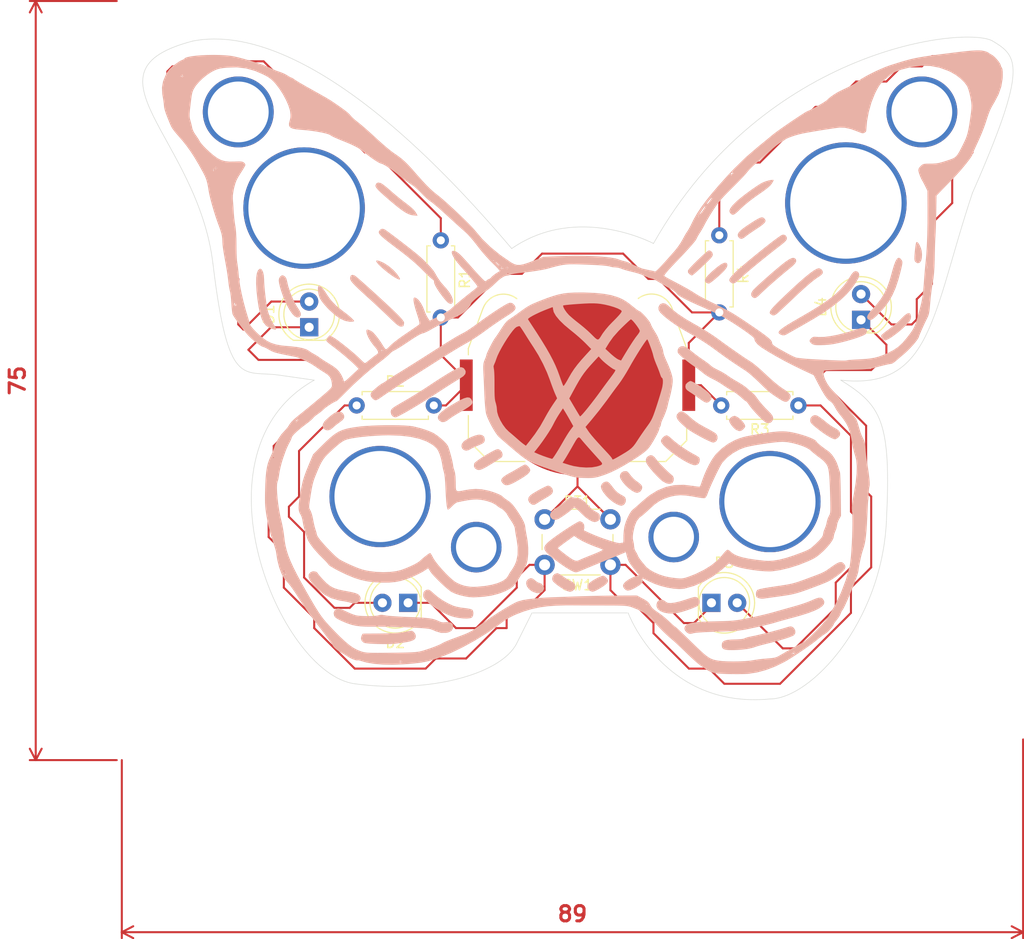
<source format=kicad_pcb>
(kicad_pcb (version 20241229) (generator "pcbnew") (generator_version "9.0")
  (layers (0 "F.Cu" signal) (2 "B.Cu" signal) (13 "F.Paste" user) (15 "B.Paste" user) (5 "F.SilkS" user "F.Silkscreen") (7 "B.SilkS" user "B.Silkscreen") (1 "F.Mask" user) (3 "B.Mask" user) (25 "Edge.Cuts" user))
  (net 0 "")
  (net 1 "Net-(BT1--)")
  (net 2 "Net-(BT1-+)")
  (net 3 "Net-(D1-A)")
  (net 4 "Net-(D2-A)")
  (net 5 "Net-(D3-A)")
  (net 6 "Net-(D4-A)")
  (net 7 "Net-(D1-K)")
  (footprint "Resistor_THT:R_Axial_DIN0207_L6.3mm_D2.5mm_P7.62mm_Horizontal" (layer "F.Cu") (at 106.5 103.69 -90)
    (property "Reference" "R1" (at 3.81 -2.37 90) (layer "F.SilkS"))
    (property "Value" "R")
    (pad "1" thru_hole circle (at 0 0 270) (size 1.6 1.6) (drill 0.8) (layers "*.Cu" "*.Mask") (net 3 "Net-(D1-A)"))
    (pad "2" thru_hole circle (at 7.62 0 270) (size 1.6 1.6) (drill 0.8) (layers "*.Cu" "*.Mask") (net 2 "Net-(BT1-+)"))
  )
  (footprint "Button_Switch_THT:SW_PUSH_6mm" (layer "F.Cu") (at 123.25 135.75 180)
    (property "Reference" "SW1" (at 3.25 -2 0) (layer "F.SilkS"))
    (property "Value" "SW_Push")
    (pad "1" thru_hole circle (at 0 0 270) (size 2 2) (drill 1.1) (layers "*.Cu" "*.Mask") (net 1 "Net-(BT1--)"))
    (pad "1" thru_hole circle (at 6.5 0 270) (size 2 2) (drill 1.1) (layers "*.Cu" "*.Mask") (net 1 "Net-(BT1--)"))
    (pad "2" thru_hole circle (at 0 4.5 270) (size 2 2) (drill 1.1) (layers "*.Cu" "*.Mask") (net 7 "Net-(D1-K)"))
    (pad "2" thru_hole circle (at 6.5 4.5 270) (size 2 2) (drill 1.1) (layers "*.Cu" "*.Mask") (net 7 "Net-(D1-K)"))
  )
  (footprint "Resistor_THT:R_Axial_DIN0207_L6.3mm_D2.5mm_P7.62mm_Horizontal" (layer "F.Cu") (at 98.19 120)
    (property "Reference" "R2" (at 3.81 -2.37 0) (layer "F.SilkS"))
    (property "Value" "R")
    (pad "1" thru_hole circle (at 0 0) (size 1.6 1.6) (drill 0.8) (layers "*.Cu" "*.Mask") (net 4 "Net-(D2-A)"))
    (pad "2" thru_hole circle (at 7.62 0) (size 1.6 1.6) (drill 0.8) (layers "*.Cu" "*.Mask") (net 2 "Net-(BT1-+)"))
  )
  (footprint "LED_THT:LED_D5.0mm" (layer "F.Cu") (at 103.275 139.5 180)
    (property "Reference" "D2" (at 1.27 -3.96 0) (layer "F.SilkS"))
    (property "Value" "LED")
    (pad "1" thru_hole rect (at 0 0 180) (size 1.8 1.8) (drill 0.9) (layers "*.Cu" "*.Mask") (net 7 "Net-(D1-K)"))
    (pad "2" thru_hole circle (at 2.54 0 180) (size 1.8 1.8) (drill 0.9) (layers "*.Cu" "*.Mask") (net 4 "Net-(D2-A)"))
  )
  (footprint "Resistor_THT:R_Axial_DIN0207_L6.3mm_D2.5mm_P7.62mm_Horizontal" (layer "F.Cu") (at 134 103.19 -90)
    (property "Reference" "R4" (at 3.81 -2.37 90) (layer "F.SilkS"))
    (property "Value" "R")
    (pad "1" thru_hole circle (at 0 0 270) (size 1.6 1.6) (drill 0.8) (layers "*.Cu" "*.Mask") (net 6 "Net-(D4-A)"))
    (pad "2" thru_hole circle (at 7.62 0 270) (size 1.6 1.6) (drill 0.8) (layers "*.Cu" "*.Mask") (net 2 "Net-(BT1-+)"))
  )
  (footprint "Battery:BatteryHolder_Keystone_3034_1x20mm" (layer "F.Cu") (at 120 118 180)
    (property "Reference" "BT1" (at 0 -11.5 0) (layer "F.SilkS"))
    (property "Value" "Battery_Cell")
    (pad "1" smd rect (at -10.985 0 180) (size 1.27 5.08) (layers "F.Cu" "F.Mask" "F.Paste") (net 2 "Net-(BT1-+)"))
    (pad "1" smd rect (at 10.985 0 180) (size 1.27 5.08) (layers "F.Cu" "F.Mask" "F.Paste") (net 2 "Net-(BT1-+)"))
    (pad "2" smd circle (at 0 0 180) (size 17.8 17.8) (layers "F.Cu" "F.Mask") (net 1 "Net-(BT1--)"))
  )
  (footprint "LED_THT:LED_D5.0mm" (layer "F.Cu") (at 93.5 112.275 90)
    (property "Reference" "D1" (at 1.27 -3.96 90) (layer "F.SilkS"))
    (property "Value" "LED")
    (pad "1" thru_hole rect (at 0 0 90) (size 1.8 1.8) (drill 0.9) (layers "*.Cu" "*.Mask") (net 7 "Net-(D1-K)"))
    (pad "2" thru_hole circle (at 2.54 0 90) (size 1.8 1.8) (drill 0.9) (layers "*.Cu" "*.Mask") (net 3 "Net-(D1-A)"))
  )
  (footprint "Resistor_THT:R_Axial_DIN0207_L6.3mm_D2.5mm_P7.62mm_Horizontal" (layer "F.Cu") (at 141.81 120 180)
    (property "Reference" "R3" (at 3.81 -2.37 0) (layer "F.SilkS"))
    (property "Value" "R")
    (pad "1" thru_hole circle (at 0 0 180) (size 1.6 1.6) (drill 0.8) (layers "*.Cu" "*.Mask") (net 5 "Net-(D3-A)"))
    (pad "2" thru_hole circle (at 7.62 0 180) (size 1.6 1.6) (drill 0.8) (layers "*.Cu" "*.Mask") (net 2 "Net-(BT1-+)"))
  )
  (footprint "LED_THT:LED_D5.0mm" (layer "F.Cu") (at 133.225 139.5)
    (property "Reference" "D3" (at 1.27 -3.96 0) (layer "F.SilkS"))
    (property "Value" "LED")
    (pad "1" thru_hole rect (at 0 0) (size 1.8 1.8) (drill 0.9) (layers "*.Cu" "*.Mask") (net 7 "Net-(D1-K)"))
    (pad "2" thru_hole circle (at 2.54 0) (size 1.8 1.8) (drill 0.9) (layers "*.Cu" "*.Mask") (net 5 "Net-(D3-A)"))
  )
  (footprint "LED_THT:LED_D5.0mm" (layer "F.Cu") (at 148 111.54 90)
    (property "Reference" "D4" (at 1.27 -3.96 90) (layer "F.SilkS"))
    (property "Value" "LED")
    (pad "1" thru_hole rect (at 0 0 90) (size 1.8 1.8) (drill 0.9) (layers "*.Cu" "*.Mask") (net 7 "Net-(D1-K)"))
    (pad "2" thru_hole circle (at 2.54 0 90) (size 1.8 1.8) (drill 0.9) (layers "*.Cu" "*.Mask") (net 6 "Net-(D4-A)"))
  )
  (footprint "LOGO" (layer "B.Cu") (at 119.5 116.5 180)
    (property "Reference" "G***" (hide yes))
    (property "Value" "LOGO" (hide yes))
  )
  (gr_curve (pts (xy 146 117.5) (xy 150 120) (xy 151 121.5) (xy 150.5 131.5)) (stroke (width 0.05)) (layer "Edge.Cuts"))
  (gr_curve (pts (xy 114 143.5) (xy 115.5 140.5) (xy 115.5 140.5) (xy 115.5 140.5)) (stroke (width 0.05)) (layer "Edge.Cuts"))
  (gr_curve (pts (xy 127.5 104) (xy 138.5 84.5) (xy 158.5 82.5) (xy 161 84)) (stroke (width 0.05)) (layer "Edge.Cuts"))
  (gr_curve (pts (xy 84 106) (xy 85.5 118.5) (xy 87 116.5) (xy 90.5 117)) (stroke (width 0.05)) (layer "Edge.Cuts"))
  (gr_curve (pts (xy 115.5 140.5) (xy 124.5 140.5) (xy 125 140.5) (xy 125 140.5)) (stroke (width 0.05)) (layer "Edge.Cuts"))
  (gr_curve (pts (xy 113.5 104.5) (xy 120 100) (xy 127.5 104) (xy 127.5 104)) (stroke (width 0.05)) (layer "Edge.Cuts"))
  (gr_curve (pts (xy 159 99) (xy 155 111) (xy 155 118.5) (xy 146 117.5)) (stroke (width 0.05)) (layer "Edge.Cuts"))
  (gr_curve (pts (xy 94 117.5) (xy 81.5 124.5) (xy 90.5 146.5) (xy 98 147.5)) (stroke (width 0.05)) (layer "Edge.Cuts"))
  (gr_curve (pts (xy 98 147.5) (xy 105.5 148.5) (xy 112.5 146.5) (xy 114 143.5)) (stroke (width 0.05)) (layer "Edge.Cuts"))
  (gr_curve (pts (xy 150.5 131.5) (xy 150 141.5) (xy 143 149) (xy 139 149)) (stroke (width 0.05)) (layer "Edge.Cuts"))
  (gr_curve (pts (xy 161 84) (xy 163.5 85.5) (xy 164.5 86.5) (xy 159 99)) (stroke (width 0.05)) (layer "Edge.Cuts"))
  (gr_curve (pts (xy 113.5 104.5) (xy 97 85) (xy 87 83) (xy 82 84)) (stroke (width 0.05)) (layer "Edge.Cuts"))
  (gr_curve (pts (xy 90.5 117) (xy 94 117.5) (xy 94 117.5) (xy 94 117.5)) (stroke (width 0.05)) (layer "Edge.Cuts"))
  (gr_curve (pts (xy 139 149) (xy 128.5 150) (xy 125 140.5) (xy 125 140.5)) (stroke (width 0.05)) (layer "Edge.Cuts"))
  (gr_curve (pts (xy 82 84) (xy 70.5 87) (xy 82.5 93.5) (xy 84 106)) (stroke (width 0.05)) (layer "Edge.Cuts"))
  (dimension (type orthogonal) (layer "F.Cu") (pts (xy 75 155.041925) (xy 75 80.041925)) (height -8.5) (orientation 1) (format (prefix "") (suffix "") (units 3) (units_format 0) (precision 4) (suppress_zeroes yes)) (style (thickness 0.2) (arrow_length 1.27) (text_position_mode 0) (arrow_direction outward) (extension_height 0.58642) (extension_offset 0.5) (keep_text_aligned yes)) (gr_text "75" (at 64.7 117.541925 90) (layer "F.Cu") (effects (font (size 1.5 1.5) (thickness 0.3)))))
  (dimension (type orthogonal) (layer "F.Cu") (pts (xy 75 154.541925) (xy 164 152.5)) (height 17.5) (orientation 0) (format (prefix "") (suffix "") (units 3) (units_format 0) (precision 4) (suppress_zeroes yes)) (style (thickness 0.2) (arrow_length 1.27) (text_position_mode 0) (arrow_direction outward) (extension_height 0.58642) (extension_offset 0.5) (keep_text_aligned yes)) (gr_text "89" (at 119.5 170.241925 0) (layer "F.Cu") (effects (font (size 1.5 1.5) (thickness 0.3)))))
  (via (at 100.5 129) (size 10) (drill 9) (layers "F.Cu" "B.Cu") (net 0))
  (via (at 154 91) (size 7) (drill 6) (layers "F.Cu" "B.Cu") (net 0))
  (via (at 93 100.5) (size 12) (drill 11) (layers "F.Cu" "B.Cu") (net 0))
  (via (at 146.5 100) (size 12) (drill 11) (layers "F.Cu" "B.Cu") (net 0))
  (via (at 139 129.5) (size 10) (drill 9) (layers "F.Cu" "B.Cu") (net 0))
  (via (at 129.5 133) (size 5) (drill 4) (layers "F.Cu" "B.Cu") (net 0))
  (segment (start 120 128) (end 120 118) (width 0.2) (layer "F.Cu") (net 1))
  (segment (start 123.25 131.25) (end 120 128) (width 0.2) (layer "F.Cu") (net 1))
  (segment (start 116.75 131.25) (end 120 128) (width 0.2) (layer "F.Cu") (net 1))
  (via (at 110 134) (size 5) (drill 4) (layers "F.Cu" "B.Cu") (net 1))
  (segment (start 132.19 118) (end 134.19 120) (width 0.2) (layer "F.Cu") (net 2))
  (segment (start 130.985 118) (end 132.19 118) (width 0.2) (layer "F.Cu") (net 2))
  (segment (start 109.015 117.515) (end 106.5 115) (width 0.2) (layer "F.Cu") (net 2))
  (segment (start 109.015 118) (end 109 118) (width 0.2) (layer "F.Cu") (net 2))
  (segment (start 116.5 105) (end 124.5 105) (width 0.2) (layer "F.Cu") (net 2))
  (segment (start 108.19 111.31) (end 112.5 107) (width 0.2) (layer "F.Cu") (net 2))
  (segment (start 128.5 108) (end 131.31 110.81) (width 0.2) (layer "F.Cu") (net 2))
  (segment (start 130.985 118) (end 130.985 113.825) (width 0.2) (layer "F.Cu") (net 2))
  (segment (start 131.31 110.81) (end 134 110.81) (width 0.2) (layer "F.Cu") (net 2))
  (segment (start 114.5 107) (end 116.5 105) (width 0.2) (layer "F.Cu") (net 2))
  (segment (start 127 107.5) (end 128.5 107.5) (width 0.2) (layer "F.Cu") (net 2))
  (segment (start 109 118) (end 107 120) (width 0.2) (layer "F.Cu") (net 2))
  (segment (start 109.015 118) (end 109.015 117.515) (width 0.2) (layer "F.Cu") (net 2))
  (segment (start 130.985 113.825) (end 134 110.81) (width 0.2) (layer "F.Cu") (net 2))
  (segment (start 112.5 107) (end 114.5 107) (width 0.2) (layer "F.Cu") (net 2))
  (segment (start 106.5 111.31) (end 108.19 111.31) (width 0.2) (layer "F.Cu") (net 2))
  (segment (start 107 120) (end 105.81 120) (width 0.2) (layer "F.Cu") (net 2))
  (segment (start 124.5 105) (end 127 107.5) (width 0.2) (layer "F.Cu") (net 2))
  (segment (start 106.5 115) (end 106.5 111.31) (width 0.2) (layer "F.Cu") (net 2))
  (segment (start 128.5 107.5) (end 128.5 108) (width 0.2) (layer "F.Cu") (net 2))
  (segment (start 80 86.5) (end 79.5 87) (width 0.2) (layer "F.Cu") (net 3))
  (segment (start 84.5 100.5) (end 85.5 101.5) (width 0.2) (layer "F.Cu") (net 3))
  (segment (start 100 95) (end 99 95) (width 0.2) (layer "F.Cu") (net 3))
  (segment (start 86.5 107.5) (end 86.5 112) (width 0.2) (layer "F.Cu") (net 3))
  (segment (start 86.5 112) (end 87 112.5) (width 0.2) (layer "F.Cu") (net 3))
  (segment (start 93.5 89.5) (end 93.5 89) (width 0.2) (layer "F.Cu") (net 3))
  (segment (start 85.5 106.5) (end 86.5 107.5) (width 0.2) (layer "F.Cu") (net 3))
  (segment (start 93.5 89) (end 92 89) (width 0.2) (layer "F.Cu") (net 3))
  (segment (start 106.5 101.5) (end 100 95) (width 0.2) (layer "F.Cu") (net 3))
  (segment (start 99 95) (end 93.5 89.5) (width 0.2) (layer "F.Cu") (net 3))
  (segment (start 82 86) (end 81.5 86.5) (width 0.2) (layer "F.Cu") (net 3))
  (segment (start 89.765 109.735) (end 93.5 109.735) (width 0.2) (layer "F.Cu") (net 3))
  (segment (start 83 96.5) (end 84.5 98) (width 0.2) (layer "F.Cu") (net 3))
  (segment (start 79.5 91) (end 83 94.5) (width 0.2) (layer "F.Cu") (net 3))
  (segment (start 81.5 86.5) (end 80 86.5) (width 0.2) (layer "F.Cu") (net 3))
  (segment (start 84.5 98) (end 84.5 100.5) (width 0.2) (layer "F.Cu") (net 3))
  (segment (start 106.5 103.69) (end 106.5 101.5) (width 0.2) (layer "F.Cu") (net 3))
  (segment (start 92 89) (end 89 86) (width 0.2) (layer "F.Cu") (net 3))
  (segment (start 85.5 101.5) (end 85.5 106.5) (width 0.2) (layer "F.Cu") (net 3))
  (segment (start 87 112.5) (end 89.765 109.735) (width 0.2) (layer "F.Cu") (net 3))
  (segment (start 89 86) (end 82 86) (width 0.2) (layer "F.Cu") (net 3))
  (segment (start 83 94.5) (end 83 96.5) (width 0.2) (layer "F.Cu") (net 3))
  (segment (start 79.5 87) (end 79.5 91) (width 0.2) (layer "F.Cu") (net 3))
  (via (at 86.5 91) (size 7) (drill 6) (layers "F.Cu" "B.Cu") (net 3))
  (segment (start 98.19 120) (end 97 120) (width 0.2) (layer "F.Cu") (net 4))
  (segment (start 91.5 130) (end 91.5 131) (width 0.2) (layer "F.Cu") (net 4))
  (segment (start 92.5 124.5) (end 92.5 129) (width 0.2) (layer "F.Cu") (net 4))
  (segment (start 92.5 129) (end 91.5 130) (width 0.2) (layer "F.Cu") (net 4))
  (segment (start 93 137) (end 96 140) (width 0.2) (layer "F.Cu") (net 4))
  (segment (start 98 139.5) (end 100.735 139.5) (width 0.2) (layer "F.Cu") (net 4))
  (segment (start 93 132.5) (end 93 137) (width 0.2) (layer "F.Cu") (net 4))
  (segment (start 96 140) (end 97.5 140) (width 0.2) (layer "F.Cu") (net 4))
  (segment (start 97 120) (end 92.5 124.5) (width 0.2) (layer "F.Cu") (net 4))
  (segment (start 91.5 131) (end 93 132.5) (width 0.2) (layer "F.Cu") (net 4))
  (segment (start 97.5 140) (end 98 139.5) (width 0.2) (layer "F.Cu") (net 4))
  (segment (start 145.5 140) (end 141.5 144) (width 0.2) (layer "F.Cu") (net 5))
  (segment (start 147.5 135.5) (end 145.5 137.5) (width 0.2) (layer "F.Cu") (net 5))
  (segment (start 144 120) (end 147 123) (width 0.2) (layer "F.Cu") (net 5))
  (segment (start 147.5 131) (end 147.5 135.5) (width 0.2) (layer "F.Cu") (net 5))
  (segment (start 147 130.5) (end 147.5 131) (width 0.2) (layer "F.Cu") (net 5))
  (segment (start 141.81 120) (end 144 120) (width 0.2) (layer "F.Cu") (net 5))
  (segment (start 145.5 137.5) (end 145.5 140) (width 0.2) (layer "F.Cu") (net 5))
  (segment (start 141.5 144) (end 140.265 144) (width 0.2) (layer "F.Cu") (net 5))
  (segment (start 147 123) (end 147 130.5) (width 0.2) (layer "F.Cu") (net 5))
  (segment (start 140.265 144) (end 135.765 139.5) (width 0.2) (layer "F.Cu") (net 5))
  (segment (start 154 86.5) (end 155 85.5) (width 0.2) (layer "F.Cu") (net 6))
  (segment (start 150.5 88) (end 152 86.5) (width 0.2) (layer "F.Cu") (net 6))
  (segment (start 134 99) (end 137 96) (width 0.2) (layer "F.Cu") (net 6))
  (segment (start 161.5 89) (end 159 91.5) (width 0.2) (layer "F.Cu") (net 6))
  (segment (start 155 108) (end 153.5 109.5) (width 0.2) (layer "F.Cu") (net 6))
  (segment (start 147.5 88) (end 150.5 88) (width 0.2) (layer "F.Cu") (net 6))
  (segment (start 153 112) (end 151 112) (width 0.2) (layer "F.Cu") (net 6))
  (segment (start 145 90.5) (end 147.5 88) (width 0.2) (layer "F.Cu") (net 6))
  (segment (start 159 95) (end 157 97) (width 0.2) (layer "F.Cu") (net 6))
  (segment (start 153.5 109.5) (end 153.5 111.5) (width 0.2) (layer "F.Cu") (net 6))
  (segment (start 138 96) (end 143.5 90.5) (width 0.2) (layer "F.Cu") (net 6))
  (segment (start 152 86.5) (end 154 86.5) (width 0.2) (layer "F.Cu") (net 6))
  (segment (start 160 85.5) (end 161.5 87) (width 0.2) (layer "F.Cu") (net 6))
  (segment (start 155 85.5) (end 160 85.5) (width 0.2) (layer "F.Cu") (net 6))
  (segment (start 157 100) (end 155 102) (width 0.2) (layer "F.Cu") (net 6))
  (segment (start 159 91.5) (end 159 95) (width 0.2) (layer "F.Cu") (net 6))
  (segment (start 161.5 87) (end 161.5 89) (width 0.2) (layer "F.Cu") (net 6))
  (segment (start 143.5 90.5) (end 145 90.5) (width 0.2) (layer "F.Cu") (net 6))
  (segment (start 134 103.19) (end 134 99) (width 0.2) (layer "F.Cu") (net 6))
  (segment (start 153.5 111.5) (end 153 112) (width 0.2) (layer "F.Cu") (net 6))
  (segment (start 137 96) (end 138 96) (width 0.2) (layer "F.Cu") (net 6))
  (segment (start 157 97) (end 157 100) (width 0.2) (layer "F.Cu") (net 6))
  (segment (start 155 102) (end 155 108) (width 0.2) (layer "F.Cu") (net 6))
  (segment (start 151 112) (end 148 109) (width 0.2) (layer "F.Cu") (net 6))
  (segment (start 96 117) (end 94.5 115.5) (width 0.2) (layer "F.Cu") (net 7))
  (segment (start 103.275 139.5) (end 105.5 139.5) (width 0.2) (layer "F.Cu") (net 7))
  (segment (start 108 142) (end 110 142) (width 0.2) (layer "F.Cu") (net 7))
  (segment (start 91 134.5) (end 89.5 133) (width 0.2) (layer "F.Cu") (net 7))
  (segment (start 96 118.5) (end 96 117) (width 0.2) (layer "F.Cu") (net 7))
  (segment (start 98 146) (end 94 142) (width 0.2) (layer "F.Cu") (net 7))
  (segment (start 115.25 135.75) (end 116.75 135.75) (width 0.2) (layer "F.Cu") (net 7))
  (segment (start 133.225 139.775) (end 133.225 139.5) (width 0.2) (layer "F.Cu") (net 7))
  (segment (start 116.75 135.75) (end 116.75 138.25) (width 0.2) (layer "F.Cu") (net 7))
  (segment (start 94.5 115.5) (end 88.5 115.5) (width 0.2) (layer "F.Cu") (net 7))
  (segment (start 131 146) (end 127.5 142.5) (width 0.2) (layer "F.Cu") (net 7))
  (segment (start 91.5 122.5) (end 92 122.5) (width 0.2) (layer "F.Cu") (net 7))
  (segment (start 89.725 112.275) (end 93.5 112.275) (width 0.2) (layer "F.Cu") (net 7))
  (segment (start 144.5 116.5) (end 144 117) (width 0.2) (layer "F.Cu") (net 7))
  (segment (start 87.5 114.5) (end 89.725 112.275) (width 0.2) (layer "F.Cu") (net 7))
  (segment (start 114.5 139.5) (end 113 141) (width 0.2) (layer "F.Cu") (net 7))
  (segment (start 123.25 138.25) (end 124.5 139.5) (width 0.2) (layer "F.Cu") (net 7))
  (segment (start 149 129) (end 149 136) (width 0.2) (layer "F.Cu") (net 7))
  (segment (start 148 111.5) (end 150.5 114) (width 0.2) (layer "F.Cu") (net 7))
  (segment (start 114 138) (end 114 137) (width 0.2) (layer "F.Cu") (net 7))
  (segment (start 94 142) (end 94 141) (width 0.2) (layer "F.Cu") (net 7))
  (segment (start 115.5 139.5) (end 114.5 139.5) (width 0.2) (layer "F.Cu") (net 7))
  (segment (start 127.5 142.5) (end 127.5 141.5) (width 0.2) (layer "F.Cu") (net 7))
  (segment (start 112 142) (end 109 145) (width 0.2) (layer "F.Cu") (net 7))
  (segment (start 150.5 114) (end 150.5 115) (width 0.2) (layer "F.Cu") (net 7))
  (segment (start 125.5 139.5) (end 124.5 139.5) (width 0.2) (layer "F.Cu") (net 7))
  (segment (start 148 111.54) (end 148 111.5) (width 0.2) (layer "F.Cu") (net 7))
  (segment (start 147 138) (end 147 140.5) (width 0.2) (layer "F.Cu") (net 7))
  (segment (start 105 146) (end 98 146) (width 0.2) (layer "F.Cu") (net 7))
  (segment (start 131.5 141.5) (end 133.225 139.775) (width 0.2) (layer "F.Cu") (net 7))
  (segment (start 144 117) (end 144 117.5) (width 0.2) (layer "F.Cu") (net 7))
  (segment (start 94 141) (end 91 138) (width 0.2) (layer "F.Cu") (net 7))
  (segment (start 149 136) (end 147 138) (width 0.2) (layer "F.Cu") (net 7))
  (segment (start 92 122.5) (end 96 118.5) (width 0.2) (layer "F.Cu") (net 7))
  (segment (start 149 116.5) (end 144.5 116.5) (width 0.2) (layer "F.Cu") (net 7))
  (segment (start 144 117.5) (end 148.5 122) (width 0.2) (layer "F.Cu") (net 7))
  (segment (start 123.25 135.75) (end 124.75 135.75) (width 0.2) (layer "F.Cu") (net 7))
  (segment (start 124.75 135.75) (end 130.5 141.5) (width 0.2) (layer "F.Cu") (net 7))
  (segment (start 127.5 141.5) (end 125.5 139.5) (width 0.2) (layer "F.Cu") (net 7))
  (segment (start 134.5 147.5) (end 133 146) (width 0.2) (layer "F.Cu") (net 7))
  (segment (start 150.5 115) (end 149 116.5) (width 0.2) (layer "F.Cu") (net 7))
  (segment (start 91 138) (end 91 134.5) (width 0.2) (layer "F.Cu") (net 7))
  (segment (start 90 127.5) (end 90 124) (width 0.2) (layer "F.Cu") (net 7))
  (segment (start 106 145) (end 105 146) (width 0.2) (layer "F.Cu") (net 7))
  (segment (start 130.5 141.5) (end 131.5 141.5) (width 0.2) (layer "F.Cu") (net 7))
  (segment (start 116.75 138.25) (end 115.5 139.5) (width 0.2) (layer "F.Cu") (net 7))
  (segment (start 114 137) (end 115.25 135.75) (width 0.2) (layer "F.Cu") (net 7))
  (segment (start 105.5 139.5) (end 108 142) (width 0.2) (layer "F.Cu") (net 7))
  (segment (start 124.5 139.5) (end 115.5 139.5) (width 0.2) (layer "F.Cu") (net 7))
  (segment (start 148.5 122) (end 148.5 128.5) (width 0.2) (layer "F.Cu") (net 7))
  (segment (start 88.5 115.5) (end 87.5 114.5) (width 0.2) (layer "F.Cu") (net 7))
  (segment (start 113 142) (end 112 142) (width 0.2) (layer "F.Cu") (net 7))
  (segment (start 147 140.5) (end 140 147.5) (width 0.2) (layer "F.Cu") (net 7))
  (segment (start 109 145) (end 106 145) (width 0.2) (layer "F.Cu") (net 7))
  (segment (start 148.5 128.5) (end 149 129) (width 0.2) (layer "F.Cu") (net 7))
  (segment (start 133 146) (end 131 146) (width 0.2) (layer "F.Cu") (net 7))
  (segment (start 140 147.5) (end 134.5 147.5) (width 0.2) (layer "F.Cu") (net 7))
  (segment (start 123.25 135.75) (end 123.25 138.25) (width 0.2) (layer "F.Cu") (net 7))
  (segment (start 89.5 133) (end 89.5 128) (width 0.2) (layer "F.Cu") (net 7))
  (segment (start 110 142) (end 114 138) (width 0.2) (layer "F.Cu") (net 7))
  (segment (start 90 124) (end 91.5 122.5) (width 0.2) (layer "F.Cu") (net 7))
  (segment (start 89.5 128) (end 90 127.5) (width 0.2) (layer "F.Cu") (net 7))
  (segment (start 113 141) (end 113 142) (width 0.2) (layer "F.Cu") (net 7))
)
</source>
